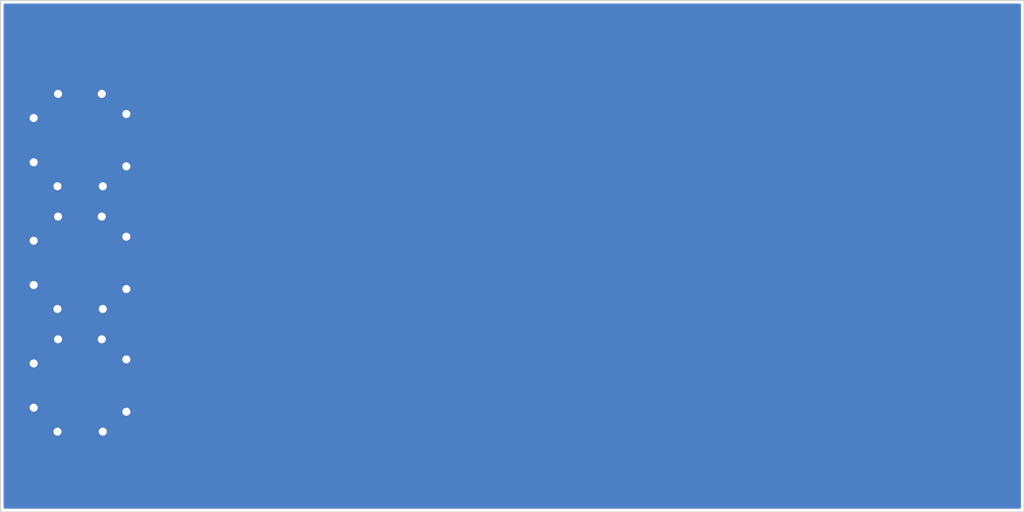
<source format=kicad_pcb>
(kicad_pcb (version 20171130) (host pcbnew "(5.1.5)-3")

  (general
    (thickness 1.6)
    (drawings 5)
    (tracks 0)
    (zones 0)
    (modules 6)
    (nets 5)
  )

  (page A4)
  (title_block
    (title "Series-Fed Patch Array (v1)")
    (date 2020-02-17)
    (rev A)
    (comment 1 "Prabodh J.")
    (comment 2 "Leo L.")
    (comment 3 "Austin S.")
    (comment 4 "Design Engineers:")
  )

  (layers
    (0 F.Cu signal)
    (31 B.Cu signal)
    (32 B.Adhes user)
    (33 F.Adhes user)
    (34 B.Paste user)
    (35 F.Paste user)
    (36 B.SilkS user)
    (37 F.SilkS user)
    (38 B.Mask user)
    (39 F.Mask user hide)
    (40 Dwgs.User user)
    (41 Cmts.User user)
    (42 Eco1.User user)
    (43 Eco2.User user)
    (44 Edge.Cuts user)
    (45 Margin user)
    (46 B.CrtYd user)
    (47 F.CrtYd user)
    (48 B.Fab user)
    (49 F.Fab user)
  )

  (setup
    (last_trace_width 0.25)
    (trace_clearance 0.2)
    (zone_clearance 0.508)
    (zone_45_only no)
    (trace_min 0.2)
    (via_size 0.8)
    (via_drill 0.4)
    (via_min_size 0.4)
    (via_min_drill 0.3)
    (uvia_size 0.3)
    (uvia_drill 0.1)
    (uvias_allowed no)
    (uvia_min_size 0.2)
    (uvia_min_drill 0.1)
    (edge_width 0.05)
    (segment_width 0.2)
    (pcb_text_width 0.3)
    (pcb_text_size 1.5 1.5)
    (mod_edge_width 0.12)
    (mod_text_size 1 1)
    (mod_text_width 0.15)
    (pad_size 1.524 1.524)
    (pad_drill 0.762)
    (pad_to_mask_clearance 0.051)
    (solder_mask_min_width 0.25)
    (aux_axis_origin 0 0)
    (visible_elements 7FFFFFDF)
    (pcbplotparams
      (layerselection 0x010fc_ffffffff)
      (usegerberextensions false)
      (usegerberattributes false)
      (usegerberadvancedattributes false)
      (creategerberjobfile false)
      (excludeedgelayer true)
      (linewidth 0.100000)
      (plotframeref false)
      (viasonmask false)
      (mode 1)
      (useauxorigin false)
      (hpglpennumber 1)
      (hpglpenspeed 20)
      (hpglpendiameter 15.000000)
      (psnegative false)
      (psa4output false)
      (plotreference true)
      (plotvalue true)
      (plotinvisibletext false)
      (padsonsilk false)
      (subtractmaskfromsilk false)
      (outputformat 1)
      (mirror false)
      (drillshape 1)
      (scaleselection 1)
      (outputdirectory ""))
  )

  (net 0 "")
  (net 1 "Net-(AE1-Pad1)")
  (net 2 GNDRF)
  (net 3 "Net-(AE2-Pad1)")
  (net 4 "Net-(AE3-Pad1)")

  (net_class Default "This is the default net class."
    (clearance 0.2)
    (trace_width 0.25)
    (via_dia 0.8)
    (via_drill 0.4)
    (uvia_dia 0.3)
    (uvia_drill 0.1)
    (add_net GNDRF)
    (add_net "Net-(AE1-Pad1)")
    (add_net "Net-(AE2-Pad1)")
    (add_net "Net-(AE3-Pad1)")
  )

  (module bloop:85305-0232 (layer F.Cu) (tedit 5DBF72BB) (tstamp 5E4C1AE8)
    (at 124.59716 108.03128 180)
    (descr "Molex SMT SMP Plug")
    (path /5E4BB64D)
    (attr smd)
    (fp_text reference J3 (at 0 0) (layer F.SilkS) hide
      (effects (font (size 1.524 1.524) (thickness 0.3)))
    )
    (fp_text value SMP (at 0.75 0) (layer F.SilkS) hide
      (effects (font (size 1.524 1.524) (thickness 0.3)))
    )
    (fp_poly (pts (xy -2.3713 -0.762) (xy -5.051 -0.762) (xy -5.051 0.762) (xy -4.318 0.762)
      (xy -4.318 0.508) (xy -4.7752 0.508) (xy -4.7752 -0.508) (xy -4.3688 -0.508)
      (xy -4.3688 0.508) (xy -4.318 0.508) (xy -4.318 0.762) (xy -2.3713 0.762)) (layer F.Mask) (width 0))
    (fp_poly (pts (xy -2.6 -2.6) (xy 2.6 -2.6) (xy 2.6 2.6) (xy -2.59 2.59)) (layer F.Mask) (width 0.1))
    (pad 2 smd custom (at -2.05 -2.16 180) (size 0.6 0.6) (layers F.Cu F.Paste F.Mask)
      (net 2 GNDRF)
      (options (clearance outline) (anchor circle))
      (primitives
        (gr_poly (pts
           (xy 4.648977 4.758977) (xy -0.548976 4.758977) (xy -0.548976 3.159607) (xy 0.038984 3.159607) (xy 0.081345 3.237076)
           (xy 0.188331 3.412559) (xy 0.311223 3.577702) (xy 0.448525 3.731139) (xy 0.59874 3.871504) (xy 0.760373 3.997431)
           (xy 0.931925 4.107554) (xy 1.111901 4.200508) (xy 1.160351 4.221891) (xy 1.361877 4.297283) (xy 1.566361 4.353262)
           (xy 1.772871 4.389783) (xy 1.980472 4.4068) (xy 2.18823 4.404269) (xy 2.395212 4.382145) (xy 2.600484 4.340382)
           (xy 2.745957 4.298368) (xy 2.936917 4.227688) (xy 3.114419 4.143802) (xy 3.28092 4.045198) (xy 3.438879 3.930362)
           (xy 3.590751 3.797783) (xy 3.644681 3.745146) (xy 3.786453 3.590371) (xy 3.910538 3.427995) (xy 4.017492 3.256945)
           (xy 4.107869 3.076146) (xy 4.182222 2.884525) (xy 4.241107 2.681007) (xy 4.274543 2.524857) (xy 4.281769 2.473549)
           (xy 4.287794 2.40683) (xy 4.292504 2.329251) (xy 4.295785 2.245362) (xy 4.297522 2.159716) (xy 4.297603 2.076863)
           (xy 4.295911 2.001355) (xy 4.292334 1.937742) (xy 4.289891 1.912564) (xy 4.256002 1.704906) (xy 4.203771 1.50334)
           (xy 4.133987 1.308931) (xy 4.047441 1.122746) (xy 3.944921 0.94585) (xy 3.827217 0.77931) (xy 3.695119 0.624192)
           (xy 3.549416 0.481561) (xy 3.390899 0.352484) (xy 3.220356 0.238027) (xy 3.038578 0.139255) (xy 2.944648 0.09648)
           (xy 2.779407 0.032127) (xy 2.618757 -0.016984) (xy 2.457764 -0.051851) (xy 2.291493 -0.073473) (xy 2.115009 -0.082846)
           (xy 2.054998 -0.083422) (xy 1.950764 -0.08226) (xy 1.860325 -0.078337) (xy 1.777592 -0.070995) (xy 1.69648 -0.059577)
           (xy 1.610901 -0.043426) (xy 1.540201 -0.027828) (xy 1.408086 0.00843) (xy 1.268743 0.057081) (xy 1.128197 0.115546)
           (xy 0.992469 0.181245) (xy 0.867582 0.2516) (xy 0.825482 0.278194) (xy 0.660353 0.397714) (xy 0.505219 0.53339)
           (xy 0.362088 0.683052) (xy 0.232965 0.84453) (xy 0.119858 1.015655) (xy 0.081404 1.082924) (xy 0.038984 1.160394)
           (xy -0.548976 1.160394) (xy -0.548976 -0.438976) (xy 4.648977 -0.438976) (xy 4.648977 4.758977)) (width 0.01))
      ))
    (pad 2 thru_hole circle (at -2.3 1.3 180) (size 0.6 0.6) (drill 0.4) (layers *.Cu *.Mask)
      (net 2 GNDRF))
    (pad 2 thru_hole circle (at -1.08 2.3 180) (size 0.6 0.6) (drill 0.4) (layers *.Cu *.Mask)
      (net 2 GNDRF))
    (pad 2 thru_hole circle (at 1.09 2.3 180) (size 0.6 0.6) (drill 0.4) (layers *.Cu *.Mask)
      (net 2 GNDRF))
    (pad 2 thru_hole circle (at 2.3 1.1 180) (size 0.6 0.6) (drill 0.4) (layers *.Cu *.Mask)
      (net 2 GNDRF))
    (pad 2 thru_hole circle (at 2.3 -1.1 180) (size 0.6 0.6) (drill 0.4) (layers *.Cu *.Mask)
      (net 2 GNDRF))
    (pad 2 thru_hole circle (at 1.12 -2.29 180) (size 0.6 0.6) (drill 0.4) (layers *.Cu *.Mask)
      (net 2 GNDRF))
    (pad 2 thru_hole circle (at -1.13 -2.29 180) (size 0.6 0.6) (drill 0.4) (layers *.Cu *.Mask)
      (net 2 GNDRF))
    (pad 2 thru_hole circle (at -2.3 -1.3 180) (size 0.6 0.6) (drill 0.4) (layers *.Cu *.Mask)
      (net 2 GNDRF))
    (pad 1 smd rect (at -3.4 0 180) (size 2 0.5334) (layers F.Cu F.Paste)
      (net 4 "Net-(AE3-Pad1)"))
    (model ../lib/3d/853050232.stp
      (offset (xyz 0 0 4))
      (scale (xyz 1 1 1))
      (rotate (xyz 0 0 -90))
    )
  )

  (module bloop:85305-0232 (layer F.Cu) (tedit 5DBF72BB) (tstamp 5E4C1AD8)
    (at 124.59716 101.93528 180)
    (descr "Molex SMT SMP Plug")
    (path /5E4B8B37)
    (attr smd)
    (fp_text reference J2 (at 0 0) (layer F.SilkS) hide
      (effects (font (size 1.524 1.524) (thickness 0.3)))
    )
    (fp_text value SMP (at 0.75 0) (layer F.SilkS) hide
      (effects (font (size 1.524 1.524) (thickness 0.3)))
    )
    (fp_poly (pts (xy -2.3713 -0.762) (xy -5.051 -0.762) (xy -5.051 0.762) (xy -4.318 0.762)
      (xy -4.318 0.508) (xy -4.7752 0.508) (xy -4.7752 -0.508) (xy -4.3688 -0.508)
      (xy -4.3688 0.508) (xy -4.318 0.508) (xy -4.318 0.762) (xy -2.3713 0.762)) (layer F.Mask) (width 0))
    (fp_poly (pts (xy -2.6 -2.6) (xy 2.6 -2.6) (xy 2.6 2.6) (xy -2.59 2.59)) (layer F.Mask) (width 0.1))
    (pad 2 smd custom (at -2.05 -2.16 180) (size 0.6 0.6) (layers F.Cu F.Paste F.Mask)
      (net 2 GNDRF)
      (options (clearance outline) (anchor circle))
      (primitives
        (gr_poly (pts
           (xy 4.648977 4.758977) (xy -0.548976 4.758977) (xy -0.548976 3.159607) (xy 0.038984 3.159607) (xy 0.081345 3.237076)
           (xy 0.188331 3.412559) (xy 0.311223 3.577702) (xy 0.448525 3.731139) (xy 0.59874 3.871504) (xy 0.760373 3.997431)
           (xy 0.931925 4.107554) (xy 1.111901 4.200508) (xy 1.160351 4.221891) (xy 1.361877 4.297283) (xy 1.566361 4.353262)
           (xy 1.772871 4.389783) (xy 1.980472 4.4068) (xy 2.18823 4.404269) (xy 2.395212 4.382145) (xy 2.600484 4.340382)
           (xy 2.745957 4.298368) (xy 2.936917 4.227688) (xy 3.114419 4.143802) (xy 3.28092 4.045198) (xy 3.438879 3.930362)
           (xy 3.590751 3.797783) (xy 3.644681 3.745146) (xy 3.786453 3.590371) (xy 3.910538 3.427995) (xy 4.017492 3.256945)
           (xy 4.107869 3.076146) (xy 4.182222 2.884525) (xy 4.241107 2.681007) (xy 4.274543 2.524857) (xy 4.281769 2.473549)
           (xy 4.287794 2.40683) (xy 4.292504 2.329251) (xy 4.295785 2.245362) (xy 4.297522 2.159716) (xy 4.297603 2.076863)
           (xy 4.295911 2.001355) (xy 4.292334 1.937742) (xy 4.289891 1.912564) (xy 4.256002 1.704906) (xy 4.203771 1.50334)
           (xy 4.133987 1.308931) (xy 4.047441 1.122746) (xy 3.944921 0.94585) (xy 3.827217 0.77931) (xy 3.695119 0.624192)
           (xy 3.549416 0.481561) (xy 3.390899 0.352484) (xy 3.220356 0.238027) (xy 3.038578 0.139255) (xy 2.944648 0.09648)
           (xy 2.779407 0.032127) (xy 2.618757 -0.016984) (xy 2.457764 -0.051851) (xy 2.291493 -0.073473) (xy 2.115009 -0.082846)
           (xy 2.054998 -0.083422) (xy 1.950764 -0.08226) (xy 1.860325 -0.078337) (xy 1.777592 -0.070995) (xy 1.69648 -0.059577)
           (xy 1.610901 -0.043426) (xy 1.540201 -0.027828) (xy 1.408086 0.00843) (xy 1.268743 0.057081) (xy 1.128197 0.115546)
           (xy 0.992469 0.181245) (xy 0.867582 0.2516) (xy 0.825482 0.278194) (xy 0.660353 0.397714) (xy 0.505219 0.53339)
           (xy 0.362088 0.683052) (xy 0.232965 0.84453) (xy 0.119858 1.015655) (xy 0.081404 1.082924) (xy 0.038984 1.160394)
           (xy -0.548976 1.160394) (xy -0.548976 -0.438976) (xy 4.648977 -0.438976) (xy 4.648977 4.758977)) (width 0.01))
      ))
    (pad 2 thru_hole circle (at -2.3 1.3 180) (size 0.6 0.6) (drill 0.4) (layers *.Cu *.Mask)
      (net 2 GNDRF))
    (pad 2 thru_hole circle (at -1.08 2.3 180) (size 0.6 0.6) (drill 0.4) (layers *.Cu *.Mask)
      (net 2 GNDRF))
    (pad 2 thru_hole circle (at 1.09 2.3 180) (size 0.6 0.6) (drill 0.4) (layers *.Cu *.Mask)
      (net 2 GNDRF))
    (pad 2 thru_hole circle (at 2.3 1.1 180) (size 0.6 0.6) (drill 0.4) (layers *.Cu *.Mask)
      (net 2 GNDRF))
    (pad 2 thru_hole circle (at 2.3 -1.1 180) (size 0.6 0.6) (drill 0.4) (layers *.Cu *.Mask)
      (net 2 GNDRF))
    (pad 2 thru_hole circle (at 1.12 -2.29 180) (size 0.6 0.6) (drill 0.4) (layers *.Cu *.Mask)
      (net 2 GNDRF))
    (pad 2 thru_hole circle (at -1.13 -2.29 180) (size 0.6 0.6) (drill 0.4) (layers *.Cu *.Mask)
      (net 2 GNDRF))
    (pad 2 thru_hole circle (at -2.3 -1.3 180) (size 0.6 0.6) (drill 0.4) (layers *.Cu *.Mask)
      (net 2 GNDRF))
    (pad 1 smd rect (at -3.4 0 180) (size 2 0.5334) (layers F.Cu F.Paste)
      (net 3 "Net-(AE2-Pad1)"))
    (model ../lib/3d/853050232.stp
      (offset (xyz 0 0 4))
      (scale (xyz 1 1 1))
      (rotate (xyz 0 0 -90))
    )
  )

  (module bloop:85305-0232 (layer F.Cu) (tedit 5DBF72BB) (tstamp 5E4C1AC8)
    (at 124.59716 95.83928 180)
    (descr "Molex SMT SMP Plug")
    (path /5E4A1EDC)
    (attr smd)
    (fp_text reference J1 (at 0 0) (layer F.SilkS) hide
      (effects (font (size 1.524 1.524) (thickness 0.3)))
    )
    (fp_text value SMP (at 0.75 0) (layer F.SilkS) hide
      (effects (font (size 1.524 1.524) (thickness 0.3)))
    )
    (fp_poly (pts (xy -2.3713 -0.762) (xy -5.051 -0.762) (xy -5.051 0.762) (xy -4.318 0.762)
      (xy -4.318 0.508) (xy -4.7752 0.508) (xy -4.7752 -0.508) (xy -4.3688 -0.508)
      (xy -4.3688 0.508) (xy -4.318 0.508) (xy -4.318 0.762) (xy -2.3713 0.762)) (layer F.Mask) (width 0))
    (fp_poly (pts (xy -2.6 -2.6) (xy 2.6 -2.6) (xy 2.6 2.6) (xy -2.59 2.59)) (layer F.Mask) (width 0.1))
    (pad 2 smd custom (at -2.05 -2.16 180) (size 0.6 0.6) (layers F.Cu F.Paste F.Mask)
      (net 2 GNDRF)
      (options (clearance outline) (anchor circle))
      (primitives
        (gr_poly (pts
           (xy 4.648977 4.758977) (xy -0.548976 4.758977) (xy -0.548976 3.159607) (xy 0.038984 3.159607) (xy 0.081345 3.237076)
           (xy 0.188331 3.412559) (xy 0.311223 3.577702) (xy 0.448525 3.731139) (xy 0.59874 3.871504) (xy 0.760373 3.997431)
           (xy 0.931925 4.107554) (xy 1.111901 4.200508) (xy 1.160351 4.221891) (xy 1.361877 4.297283) (xy 1.566361 4.353262)
           (xy 1.772871 4.389783) (xy 1.980472 4.4068) (xy 2.18823 4.404269) (xy 2.395212 4.382145) (xy 2.600484 4.340382)
           (xy 2.745957 4.298368) (xy 2.936917 4.227688) (xy 3.114419 4.143802) (xy 3.28092 4.045198) (xy 3.438879 3.930362)
           (xy 3.590751 3.797783) (xy 3.644681 3.745146) (xy 3.786453 3.590371) (xy 3.910538 3.427995) (xy 4.017492 3.256945)
           (xy 4.107869 3.076146) (xy 4.182222 2.884525) (xy 4.241107 2.681007) (xy 4.274543 2.524857) (xy 4.281769 2.473549)
           (xy 4.287794 2.40683) (xy 4.292504 2.329251) (xy 4.295785 2.245362) (xy 4.297522 2.159716) (xy 4.297603 2.076863)
           (xy 4.295911 2.001355) (xy 4.292334 1.937742) (xy 4.289891 1.912564) (xy 4.256002 1.704906) (xy 4.203771 1.50334)
           (xy 4.133987 1.308931) (xy 4.047441 1.122746) (xy 3.944921 0.94585) (xy 3.827217 0.77931) (xy 3.695119 0.624192)
           (xy 3.549416 0.481561) (xy 3.390899 0.352484) (xy 3.220356 0.238027) (xy 3.038578 0.139255) (xy 2.944648 0.09648)
           (xy 2.779407 0.032127) (xy 2.618757 -0.016984) (xy 2.457764 -0.051851) (xy 2.291493 -0.073473) (xy 2.115009 -0.082846)
           (xy 2.054998 -0.083422) (xy 1.950764 -0.08226) (xy 1.860325 -0.078337) (xy 1.777592 -0.070995) (xy 1.69648 -0.059577)
           (xy 1.610901 -0.043426) (xy 1.540201 -0.027828) (xy 1.408086 0.00843) (xy 1.268743 0.057081) (xy 1.128197 0.115546)
           (xy 0.992469 0.181245) (xy 0.867582 0.2516) (xy 0.825482 0.278194) (xy 0.660353 0.397714) (xy 0.505219 0.53339)
           (xy 0.362088 0.683052) (xy 0.232965 0.84453) (xy 0.119858 1.015655) (xy 0.081404 1.082924) (xy 0.038984 1.160394)
           (xy -0.548976 1.160394) (xy -0.548976 -0.438976) (xy 4.648977 -0.438976) (xy 4.648977 4.758977)) (width 0.01))
      ))
    (pad 2 thru_hole circle (at -2.3 1.3 180) (size 0.6 0.6) (drill 0.4) (layers *.Cu *.Mask)
      (net 2 GNDRF))
    (pad 2 thru_hole circle (at -1.08 2.3 180) (size 0.6 0.6) (drill 0.4) (layers *.Cu *.Mask)
      (net 2 GNDRF))
    (pad 2 thru_hole circle (at 1.09 2.3 180) (size 0.6 0.6) (drill 0.4) (layers *.Cu *.Mask)
      (net 2 GNDRF))
    (pad 2 thru_hole circle (at 2.3 1.1 180) (size 0.6 0.6) (drill 0.4) (layers *.Cu *.Mask)
      (net 2 GNDRF))
    (pad 2 thru_hole circle (at 2.3 -1.1 180) (size 0.6 0.6) (drill 0.4) (layers *.Cu *.Mask)
      (net 2 GNDRF))
    (pad 2 thru_hole circle (at 1.12 -2.29 180) (size 0.6 0.6) (drill 0.4) (layers *.Cu *.Mask)
      (net 2 GNDRF))
    (pad 2 thru_hole circle (at -1.13 -2.29 180) (size 0.6 0.6) (drill 0.4) (layers *.Cu *.Mask)
      (net 2 GNDRF))
    (pad 2 thru_hole circle (at -2.3 -1.3 180) (size 0.6 0.6) (drill 0.4) (layers *.Cu *.Mask)
      (net 2 GNDRF))
    (pad 1 smd rect (at -3.4 0 180) (size 2 0.5334) (layers F.Cu F.Paste)
      (net 1 "Net-(AE1-Pad1)"))
    (model ../lib/3d/853050232.stp
      (offset (xyz 0 0 4))
      (scale (xyz 1 1 1))
      (rotate (xyz 0 0 -90))
    )
  )

  (module bloop:SFPatch_v1 (layer F.Cu) (tedit 5E4B484F) (tstamp 5E4C1AB8)
    (at 127.99716 108.03128)
    (descr "L1 = 128 mil, L2 = 140 mil (10 mil TSM-DS3, 1 oz Cu)")
    (path /5E4BB647)
    (fp_text reference AE3 (at 0 -4) (layer F.SilkS) hide
      (effects (font (size 1.524 1.524) (thickness 0.2)))
    )
    (fp_text value Antenna (at 0 4) (layer F.SilkS) hide
      (effects (font (size 1.524 1.524) (thickness 0.2)))
    )
    (pad 1 smd custom (at 0 0) (size 0.508 0.508) (layers F.Cu)
      (net 4 "Net-(AE3-Pad1)") (zone_connect 0)
      (options (clearance outline) (anchor rect))
      (primitives
        (gr_poly (pts
           (xy 37.0332 0.125006) (xy 33.4772 0.125006) (xy 33.4772 1.499997) (xy 30.226 1.499997) (xy 30.226 0.125006)
           (xy 26.67 0.125006) (xy 26.67 2.000059) (xy 23.4188 2.000059) (xy 23.4188 0.125006) (xy 19.8628 0.125006)
           (xy 19.8628 2.000059) (xy 16.6116 2.000059) (xy 16.6116 0.125006) (xy 13.0556 0.125006) (xy 13.0556 1.499997)
           (xy 9.8044 1.499997) (xy 9.8044 0.125006) (xy 6.2484 0.125006) (xy 6.2484 0.899998) (xy 2.9972 0.899998)
           (xy 2.9972 0.254) (xy -0.254 0.254) (xy -0.254 -0.254) (xy 2.9972 -0.254) (xy 2.9972 -0.899998)
           (xy 6.2484 -0.899998) (xy 6.2484 -0.125006) (xy 9.8044 -0.125006) (xy 9.8044 -1.499997) (xy 13.0556 -1.499997)
           (xy 13.0556 -0.125006) (xy 16.6116 -0.125006) (xy 16.6116 -2.000059) (xy 19.8628 -2.000059) (xy 19.8628 -0.125006)
           (xy 23.4188 -0.125006) (xy 23.4188 -2.000059) (xy 26.67 -2.000059) (xy 26.67 -0.125006) (xy 30.226 -0.125006)
           (xy 30.226 -1.499997) (xy 33.4772 -1.499997) (xy 33.4772 -0.125006) (xy 37.0332 -0.125006) (xy 37.0332 -0.899998)
           (xy 40.2844 -0.899998) (xy 40.2844 0.899998) (xy 37.0332 0.899998) (xy 37.0332 0.125006)) (width 0))
      ))
  )

  (module bloop:SFPatch_v1 (layer F.Cu) (tedit 5E4B484F) (tstamp 5E4C1AB3)
    (at 127.99716 101.93528)
    (descr "L1 = 128 mil, L2 = 140 mil (10 mil TSM-DS3, 1 oz Cu)")
    (path /5E4B8B31)
    (fp_text reference AE2 (at 0 -4) (layer F.SilkS) hide
      (effects (font (size 1.524 1.524) (thickness 0.2)))
    )
    (fp_text value Antenna (at 0 4) (layer F.SilkS) hide
      (effects (font (size 1.524 1.524) (thickness 0.2)))
    )
    (pad 1 smd custom (at 0 0) (size 0.508 0.508) (layers F.Cu)
      (net 3 "Net-(AE2-Pad1)") (zone_connect 0)
      (options (clearance outline) (anchor rect))
      (primitives
        (gr_poly (pts
           (xy 37.0332 0.125006) (xy 33.4772 0.125006) (xy 33.4772 1.499997) (xy 30.226 1.499997) (xy 30.226 0.125006)
           (xy 26.67 0.125006) (xy 26.67 2.000059) (xy 23.4188 2.000059) (xy 23.4188 0.125006) (xy 19.8628 0.125006)
           (xy 19.8628 2.000059) (xy 16.6116 2.000059) (xy 16.6116 0.125006) (xy 13.0556 0.125006) (xy 13.0556 1.499997)
           (xy 9.8044 1.499997) (xy 9.8044 0.125006) (xy 6.2484 0.125006) (xy 6.2484 0.899998) (xy 2.9972 0.899998)
           (xy 2.9972 0.254) (xy -0.254 0.254) (xy -0.254 -0.254) (xy 2.9972 -0.254) (xy 2.9972 -0.899998)
           (xy 6.2484 -0.899998) (xy 6.2484 -0.125006) (xy 9.8044 -0.125006) (xy 9.8044 -1.499997) (xy 13.0556 -1.499997)
           (xy 13.0556 -0.125006) (xy 16.6116 -0.125006) (xy 16.6116 -2.000059) (xy 19.8628 -2.000059) (xy 19.8628 -0.125006)
           (xy 23.4188 -0.125006) (xy 23.4188 -2.000059) (xy 26.67 -2.000059) (xy 26.67 -0.125006) (xy 30.226 -0.125006)
           (xy 30.226 -1.499997) (xy 33.4772 -1.499997) (xy 33.4772 -0.125006) (xy 37.0332 -0.125006) (xy 37.0332 -0.899998)
           (xy 40.2844 -0.899998) (xy 40.2844 0.899998) (xy 37.0332 0.899998) (xy 37.0332 0.125006)) (width 0))
      ))
  )

  (module bloop:SFPatch_v1 (layer F.Cu) (tedit 5E4B484F) (tstamp 5E4C1AAE)
    (at 127.99716 95.83928)
    (descr "L1 = 128 mil, L2 = 140 mil (10 mil TSM-DS3, 1 oz Cu)")
    (path /5E49DE1E)
    (fp_text reference AE1 (at 0 -4) (layer F.SilkS) hide
      (effects (font (size 1.524 1.524) (thickness 0.2)))
    )
    (fp_text value Antenna (at 0 4) (layer F.SilkS) hide
      (effects (font (size 1.524 1.524) (thickness 0.2)))
    )
    (pad 1 smd custom (at 0 0) (size 0.508 0.508) (layers F.Cu)
      (net 1 "Net-(AE1-Pad1)") (zone_connect 0)
      (options (clearance outline) (anchor rect))
      (primitives
        (gr_poly (pts
           (xy 37.0332 0.125006) (xy 33.4772 0.125006) (xy 33.4772 1.499997) (xy 30.226 1.499997) (xy 30.226 0.125006)
           (xy 26.67 0.125006) (xy 26.67 2.000059) (xy 23.4188 2.000059) (xy 23.4188 0.125006) (xy 19.8628 0.125006)
           (xy 19.8628 2.000059) (xy 16.6116 2.000059) (xy 16.6116 0.125006) (xy 13.0556 0.125006) (xy 13.0556 1.499997)
           (xy 9.8044 1.499997) (xy 9.8044 0.125006) (xy 6.2484 0.125006) (xy 6.2484 0.899998) (xy 2.9972 0.899998)
           (xy 2.9972 0.254) (xy -0.254 0.254) (xy -0.254 -0.254) (xy 2.9972 -0.254) (xy 2.9972 -0.899998)
           (xy 6.2484 -0.899998) (xy 6.2484 -0.125006) (xy 9.8044 -0.125006) (xy 9.8044 -1.499997) (xy 13.0556 -1.499997)
           (xy 13.0556 -0.125006) (xy 16.6116 -0.125006) (xy 16.6116 -2.000059) (xy 19.8628 -2.000059) (xy 19.8628 -0.125006)
           (xy 23.4188 -0.125006) (xy 23.4188 -2.000059) (xy 26.67 -2.000059) (xy 26.67 -0.125006) (xy 30.226 -0.125006)
           (xy 30.226 -1.499997) (xy 33.4772 -1.499997) (xy 33.4772 -0.125006) (xy 37.0332 -0.125006) (xy 37.0332 -0.899998)
           (xy 40.2844 -0.899998) (xy 40.2844 0.899998) (xy 37.0332 0.899998) (xy 37.0332 0.125006)) (width 0))
      ))
  )

  (gr_poly (pts (xy 171.45 114.3) (xy 120.65 114.3) (xy 120.65 88.9) (xy 171.45 88.9)) (layer F.Mask) (width 0))
  (gr_line (start 171.45 88.9) (end 120.65 88.9) (layer Edge.Cuts) (width 0.05) (tstamp 5E4C1EAF))
  (gr_line (start 171.45 114.3) (end 171.45 88.9) (layer Edge.Cuts) (width 0.05))
  (gr_line (start 120.65 114.3) (end 171.45 114.3) (layer Edge.Cuts) (width 0.05))
  (gr_line (start 120.65 88.9) (end 120.65 114.3) (layer Edge.Cuts) (width 0.05))

  (zone (net 2) (net_name GNDRF) (layer B.Cu) (tstamp 0) (hatch edge 0.508)
    (connect_pads yes (clearance 0.127))
    (min_thickness 0.127)
    (fill yes (arc_segments 32) (thermal_gap 0.254) (thermal_bridge_width 0.254))
    (polygon
      (pts
        (xy 171.45 114.3) (xy 120.65 114.3) (xy 120.65 88.9) (xy 171.45 88.9)
      )
    )
    (filled_polygon
      (pts
        (xy 171.2345 114.0845) (xy 120.8655 114.0845) (xy 120.8655 89.1155) (xy 171.234501 89.1155)
      )
    )
  )
)

</source>
